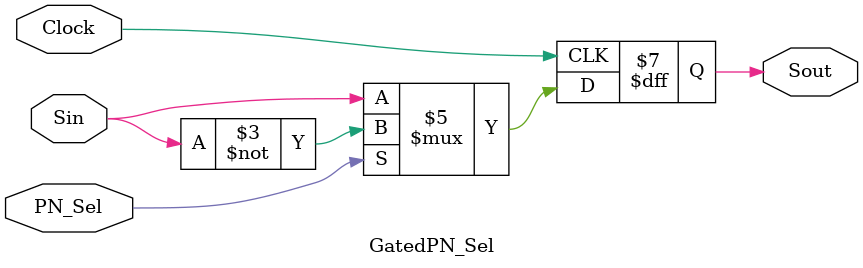
<source format=v>
`timescale	1ns/1ps

module	GatedPN_Sel(Sout, Sin, PN_Sel, Clock)	;

output	Sout	;
reg	Sout	;

input	Sin	;
wire	Sin	;

input	PN_Sel	;
wire	PN_Sel	;

input	Clock	;
wire	Clock	;



always	@(posedge	Clock)
	begin
		if ( PN_Sel == 1'b0 )
			begin
				Sout <= Sin	;
			end
		else
			begin
				Sout <= ~Sin	;
			end
	end

endmodule

</source>
